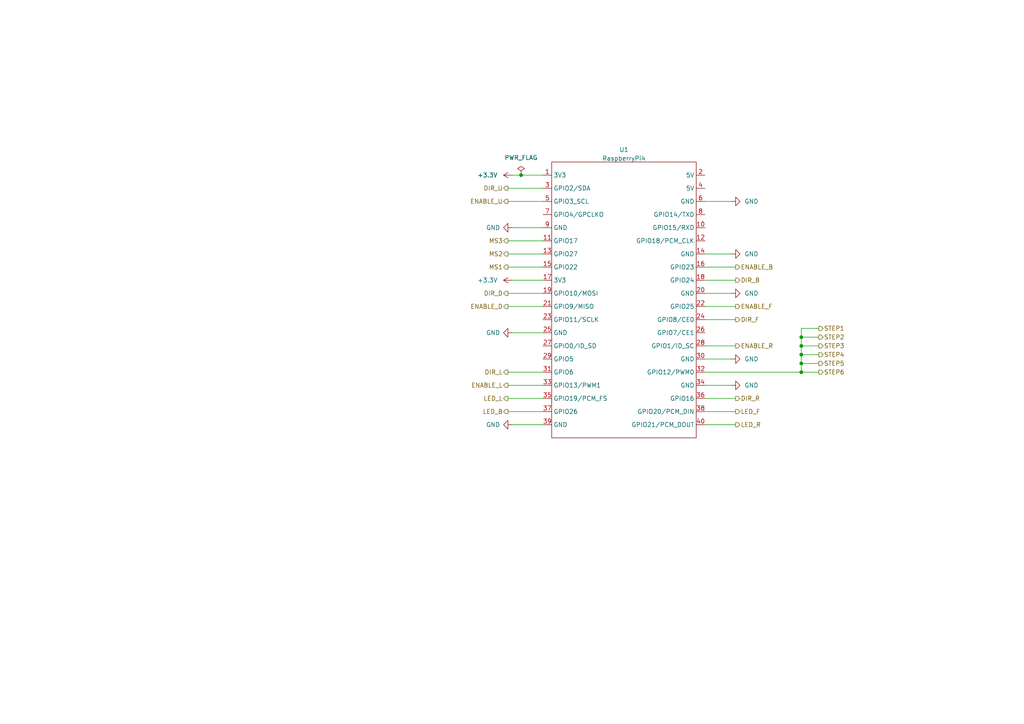
<source format=kicad_sch>
(kicad_sch (version 20211123) (generator eeschema)
  (paper "A4")
  (lib_symbols
    (symbol "power:+3.3V" (power) (pin_names (offset 0))
      (property "Value" "+3.3V" (at 0 3.556 0))
      (symbol "+3.3V_0_1"
        (polyline (pts (xy -0.762 1.27) (xy 0 2.54)))
        (polyline (pts (xy 0 0) (xy 0 2.54)))
        (polyline (pts (xy 0 2.54) (xy 0.762 1.27)))
      )
      (symbol "+3.3V_1_1"
        (pin power_in line (at 0 0 90) (length 0) hide (name "+3.3V") (number "1"))
      )
    )
    (symbol "power:GND" (power) (pin_names (offset 0))
      (property "Value" "GND" (at 0 -3.81 0))
      (symbol "GND_0_1"
        (polyline (pts (xy 0 0) (xy 0 -1.27) (xy 1.27 -1.27) (xy 0 -2.54) (xy -1.27 -1.27) (xy 0 -1.27)))
      )
      (symbol "GND_1_1"
        (pin power_in line (at 0 0 270) (length 0) hide (name "GND") (number "1"))
      )
    )
    (symbol "power:PWR_FLAG" (power) (pin_numbers hide) (pin_names (offset 0) hide)
      (property "Value" "PWR_FLAG" (at 0 3.81 0))
      (symbol "PWR_FLAG_0_0"
        (pin power_out line (at 0 0 90) (length 0) (name "pwr") (number "1"))
      )
      (symbol "PWR_FLAG_0_1"
        (polyline (pts (xy 0 0) (xy 0 1.27) (xy -1.016 1.905) (xy 0 2.54) (xy 1.016 1.905) (xy 0 1.27)))
      )
    )
    (symbol "stepper_music_lib:RaspberryPi4"
      (property "Reference" "U" (at 0 6.35 0))
      (property "Value" "RaspberryPi4" (at 0 3.81 0))
      (symbol "RaspberryPi4_0_1"
        (rectangle (start -20.32 -3.81) (end 21.59 -83.82))
      )
      (symbol "RaspberryPi4_1_1"
        (pin input line (at -22.86 -7.62 0) (length 2.54) (name "3V3") (number "1"))
        (pin input line (at 24.13 -22.86 180) (length 2.54) (name "GPIO15/RXD") (number "10"))
        (pin input line (at -22.86 -26.67 0) (length 2.54) (name "GPIO17") (number "11"))
        (pin input line (at 24.13 -26.67 180) (length 2.54) (name "GPIO18/PCM_CLK") (number "12"))
        (pin input line (at -22.86 -30.48 0) (length 2.54) (name "GPIO27") (number "13"))
        (pin input line (at 24.13 -30.48 180) (length 2.54) (name "GND") (number "14"))
        (pin input line (at -22.86 -34.29 0) (length 2.54) (name "GPIO22") (number "15"))
        (pin input line (at 24.13 -34.29 180) (length 2.54) (name "GPIO23") (number "16"))
        (pin input line (at -22.86 -38.1 0) (length 2.54) (name "3V3") (number "17"))
        (pin input line (at 24.13 -38.1 180) (length 2.54) (name "GPIO24") (number "18"))
        (pin input line (at -22.86 -41.91 0) (length 2.54) (name "GPIO10/MOSI") (number "19"))
        (pin input line (at 24.13 -7.62 180) (length 2.54) (name "5V") (number "2"))
        (pin input line (at 24.13 -41.91 180) (length 2.54) (name "GND") (number "20"))
        (pin input line (at -22.86 -45.72 0) (length 2.54) (name "GPIO9/MISO") (number "21"))
        (pin input line (at 24.13 -45.72 180) (length 2.54) (name "GPIO25") (number "22"))
        (pin input line (at -22.86 -49.53 0) (length 2.54) (name "GPIO11/SCLK") (number "23"))
        (pin input line (at 24.13 -49.53 180) (length 2.54) (name "GPIO8/CE0") (number "24"))
        (pin input line (at -22.86 -53.34 0) (length 2.54) (name "GND") (number "25"))
        (pin input line (at 24.13 -53.34 180) (length 2.54) (name "GPIO7/CE1") (number "26"))
        (pin input line (at -22.86 -57.15 0) (length 2.54) (name "GPIO0/ID_SD") (number "27"))
        (pin input line (at 24.13 -57.15 180) (length 2.54) (name "GPIO1/ID_SC") (number "28"))
        (pin input line (at -22.86 -60.96 0) (length 2.54) (name "GPIO5") (number "29"))
        (pin input line (at -22.86 -11.43 0) (length 2.54) (name "GPIO2/SDA") (number "3"))
        (pin input line (at 24.13 -60.96 180) (length 2.54) (name "GND") (number "30"))
        (pin input line (at -22.86 -64.77 0) (length 2.54) (name "GPIO6") (number "31"))
        (pin input line (at 24.13 -64.77 180) (length 2.54) (name "GPIO12/PWM0") (number "32"))
        (pin input line (at -22.86 -68.58 0) (length 2.54) (name "GPIO13/PWM1") (number "33"))
        (pin input line (at 24.13 -68.58 180) (length 2.54) (name "GND") (number "34"))
        (pin input line (at -22.86 -72.39 0) (length 2.54) (name "GPIO19/PCM_FS") (number "35"))
        (pin input line (at 24.13 -72.39 180) (length 2.54) (name "GPIO16") (number "36"))
        (pin input line (at -22.86 -76.2 0) (length 2.54) (name "GPIO26") (number "37"))
        (pin input line (at 24.13 -76.2 180) (length 2.54) (name "GPIO20/PCM_DIN") (number "38"))
        (pin input line (at -22.86 -80.01 0) (length 2.54) (name "GND") (number "39"))
        (pin input line (at 24.13 -11.43 180) (length 2.54) (name "5V") (number "4"))
        (pin input line (at 24.13 -80.01 180) (length 2.54) (name "GPIO21/PCM_DOUT") (number "40"))
        (pin input line (at -22.86 -15.24 0) (length 2.54) (name "GPIO3_SCL") (number "5"))
        (pin input line (at 24.13 -15.24 180) (length 2.54) (name "GND") (number "6"))
        (pin input line (at -22.86 -19.05 0) (length 2.54) (name "GPIO4/GPCLKO") (number "7"))
        (pin input line (at 24.13 -19.05 180) (length 2.54) (name "GPIO14/TXD") (number "8"))
        (pin input line (at -22.86 -22.86 0) (length 2.54) (name "GND") (number "9"))
      )
    )
  )
  (junction (at 232.41 105.41))
  (junction (at 232.41 100.33))
  (junction (at 151.13 50.8))
  (junction (at 232.41 97.79))
  (junction (at 232.41 107.95))
  (junction (at 232.41 102.87))
  (wire (pts (xy 232.41 107.95) (xy 237.49 107.95)))
  (wire (pts (xy 232.41 105.41) (xy 237.49 105.41)))
  (wire (pts (xy 204.47 77.47) (xy 213.36 77.47)))
  (wire (pts (xy 232.41 100.33) (xy 232.41 102.87)))
  (wire (pts (xy 232.41 97.79) (xy 237.49 97.79)))
  (wire (pts (xy 148.59 123.19) (xy 157.48 123.19)))
  (wire (pts (xy 147.32 58.42) (xy 157.48 58.42)))
  (wire (pts (xy 204.47 119.38) (xy 213.36 119.38)))
  (wire (pts (xy 147.32 107.95) (xy 157.48 107.95)))
  (wire (pts (xy 147.32 69.85) (xy 157.48 69.85)))
  (wire (pts (xy 204.47 115.57) (xy 213.36 115.57)))
  (wire (pts (xy 204.47 73.66) (xy 212.09 73.66)))
  (wire (pts (xy 204.47 123.19) (xy 213.36 123.19)))
  (wire (pts (xy 204.47 85.09) (xy 212.09 85.09)))
  (wire (pts (xy 204.47 58.42) (xy 212.09 58.42)))
  (wire (pts (xy 204.47 107.95) (xy 232.41 107.95)))
  (wire (pts (xy 147.32 119.38) (xy 157.48 119.38)))
  (wire (pts (xy 204.47 100.33) (xy 213.36 100.33)))
  (wire (pts (xy 147.32 77.47) (xy 157.48 77.47)))
  (wire (pts (xy 148.59 81.28) (xy 157.48 81.28)))
  (wire (pts (xy 204.47 81.28) (xy 213.36 81.28)))
  (wire (pts (xy 147.32 111.76) (xy 157.48 111.76)))
  (wire (pts (xy 147.32 115.57) (xy 157.48 115.57)))
  (wire (pts (xy 148.59 96.52) (xy 157.48 96.52)))
  (wire (pts (xy 204.47 111.76) (xy 212.09 111.76)))
  (wire (pts (xy 147.32 85.09) (xy 157.48 85.09)))
  (wire (pts (xy 237.49 95.25) (xy 232.41 95.25)))
  (wire (pts (xy 148.59 50.8) (xy 151.13 50.8)))
  (wire (pts (xy 232.41 95.25) (xy 232.41 97.79)))
  (wire (pts (xy 148.59 66.04) (xy 157.48 66.04)))
  (wire (pts (xy 204.47 88.9) (xy 213.36 88.9)))
  (wire (pts (xy 232.41 102.87) (xy 237.49 102.87)))
  (wire (pts (xy 204.47 92.71) (xy 213.36 92.71)))
  (wire (pts (xy 204.47 104.14) (xy 212.09 104.14)))
  (wire (pts (xy 151.13 50.8) (xy 157.48 50.8)))
  (wire (pts (xy 147.32 73.66) (xy 157.48 73.66)))
  (wire (pts (xy 147.32 54.61) (xy 157.48 54.61)))
  (wire (pts (xy 147.32 88.9) (xy 157.48 88.9)))
  (wire (pts (xy 232.41 97.79) (xy 232.41 100.33)))
  (wire (pts (xy 232.41 102.87) (xy 232.41 105.41)))
  (wire (pts (xy 232.41 100.33) (xy 237.49 100.33)))
  (wire (pts (xy 232.41 105.41) (xy 232.41 107.95)))
  (hierarchical_label "LED_B" (shape output) (at 147.32 119.38 180))
  (hierarchical_label "STEP6" (shape output) (at 237.49 107.95 0))
  (hierarchical_label "DIR_R" (shape output) (at 213.36 115.57 0))
  (hierarchical_label "ENABLE_R" (shape output) (at 213.36 100.33 0))
  (hierarchical_label "STEP5" (shape output) (at 237.49 105.41 0))
  (hierarchical_label "STEP4" (shape output) (at 237.49 102.87 0))
  (hierarchical_label "DIR_U" (shape output) (at 147.32 54.61 180))
  (hierarchical_label "DIR_B" (shape output) (at 213.36 81.28 0))
  (hierarchical_label "LED_L" (shape output) (at 147.32 115.57 180))
  (hierarchical_label "MS1" (shape output) (at 147.32 77.47 180))
  (hierarchical_label "ENABLE_B" (shape output) (at 213.36 77.47 0))
  (hierarchical_label "ENABLE_U" (shape output) (at 147.32 58.42 180))
  (hierarchical_label "ENABLE_F" (shape output) (at 213.36 88.9 0))
  (hierarchical_label "LED_R" (shape output) (at 213.36 123.19 0))
  (hierarchical_label "STEP2" (shape output) (at 237.49 97.79 0))
  (hierarchical_label "DIR_L" (shape output) (at 147.32 107.95 180))
  (hierarchical_label "MS2" (shape output) (at 147.32 73.66 180))
  (hierarchical_label "DIR_F" (shape output) (at 213.36 92.71 0))
  (hierarchical_label "STEP1" (shape output) (at 237.49 95.25 0))
  (hierarchical_label "DIR_D" (shape output) (at 147.32 85.09 180))
  (hierarchical_label "LED_F" (shape output) (at 213.36 119.38 0))
  (hierarchical_label "ENABLE_D" (shape output) (at 147.32 88.9 180))
  (hierarchical_label "ENABLE_L" (shape output) (at 147.32 111.76 180))
  (hierarchical_label "MS3" (shape output) (at 147.32 69.85 180))
  (hierarchical_label "STEP3" (shape output) (at 237.49 100.33 0))
  (symbol (lib_id "power:GND") (at 212.09 111.76 90) (unit 1)
    (property "Reference" "#PWR010" (effects hide))
    (property "Value" "GND" (at 215.9 111.7599 90) (effects (justify right)))
  )
  (symbol (lib_id "stepper_music_lib:RaspberryPi4") (at 180.34 43.18 0) (unit 1)
    (property "Reference" "U1" (at 180.975 43.4172 0))
    (property "Value" "RaspberryPi4" (at 180.975 45.9541 0))
    (property "Footprint" "Connector_PinHeader_2.54mm:PinHeader_2x20_P2.54mm_Vertical" (effects hide))
  )
  (symbol (lib_id "power:PWR_FLAG") (at 151.13 50.8 0) (unit 1)
    (property "Reference" "#FLG01" (effects hide))
    (property "Value" "PWR_FLAG" (at 151.13 45.72 0))
  )
  (symbol (lib_id "power:GND") (at 212.09 104.14 90) (unit 1)
    (property "Reference" "#PWR09" (effects hide))
    (property "Value" "GND" (at 215.9 104.1399 90) (effects (justify right)))
  )
  (symbol (lib_id "power:GND") (at 148.59 123.19 270) (unit 1)
    (property "Reference" "#PWR05" (effects hide))
    (property "Value" "GND" (at 140.97 123.19 90) (effects (justify left)))
  )
  (symbol (lib_id "power:GND") (at 148.59 66.04 270) (unit 1)
    (property "Reference" "#PWR02" (effects hide))
    (property "Value" "GND" (at 140.97 66.04 90) (effects (justify left)))
  )
  (symbol (lib_id "power:GND") (at 148.59 96.52 270) (unit 1)
    (property "Reference" "#PWR04" (effects hide))
    (property "Value" "GND" (at 140.97 96.52 90) (effects (justify left)))
  )
  (symbol (lib_id "power:GND") (at 212.09 73.66 90) (unit 1)
    (property "Reference" "#PWR07" (effects hide))
    (property "Value" "GND" (at 215.9 73.6599 90) (effects (justify right)))
  )
  (symbol (lib_id "power:GND") (at 212.09 85.09 90) (unit 1)
    (property "Reference" "#PWR08" (effects hide))
    (property "Value" "GND" (at 215.9 85.0899 90) (effects (justify right)))
  )
  (symbol (lib_id "power:+3.3V") (at 148.59 50.8 90) (unit 1)
    (property "Reference" "#PWR01" (effects hide))
    (property "Value" "+3.3V" (at 138.43 50.8 90) (effects (justify right)))
  )
  (symbol (lib_id "power:+3.3V") (at 148.59 81.28 90) (unit 1)
    (property "Reference" "#PWR03" (effects hide))
    (property "Value" "+3.3V" (at 138.43 81.28 90) (effects (justify right)))
  )
  (symbol (lib_id "power:GND") (at 212.09 58.42 90) (unit 1)
    (property "Reference" "#PWR06" (effects hide))
    (property "Value" "GND" (at 215.9 58.4199 90) (effects (justify right)))
  )
)
</source>
